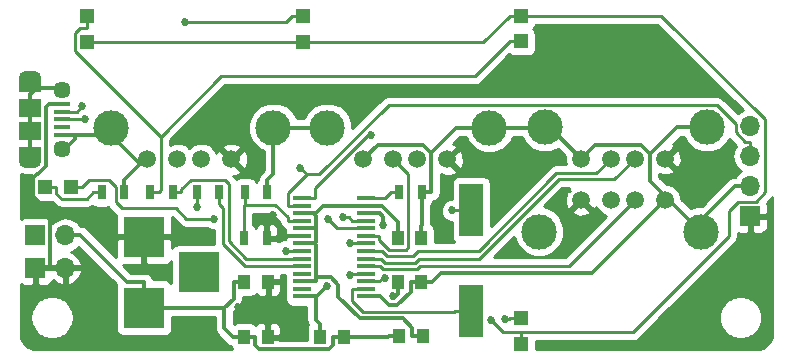
<source format=gtl>
G04 #@! TF.FileFunction,Copper,L1,Top,Signal*
%FSLAX46Y46*%
G04 Gerber Fmt 4.6, Leading zero omitted, Abs format (unit mm)*
G04 Created by KiCad (PCBNEW 4.0.7) date 05/12/18 20:25:59*
%MOMM*%
%LPD*%
G01*
G04 APERTURE LIST*
%ADD10C,0.127000*%
%ADD11R,1.000000X1.250000*%
%ADD12R,1.200000X1.200000*%
%ADD13R,1.525000X0.440000*%
%ADD14C,1.500000*%
%ADD15C,3.000000*%
%ADD16R,3.500000X3.500000*%
%ADD17R,0.700000X1.300000*%
%ADD18R,2.000000X4.500000*%
%ADD19R,1.900000X1.500000*%
%ADD20C,1.450000*%
%ADD21R,1.350000X0.400000*%
%ADD22O,1.900000X1.200000*%
%ADD23R,1.900000X1.200000*%
%ADD24R,1.700000X1.700000*%
%ADD25O,1.700000X1.700000*%
%ADD26C,0.685800*%
%ADD27C,0.330000*%
%ADD28C,0.254000*%
G04 APERTURE END LIST*
D10*
D11*
X141189000Y-103099000D03*
X143189000Y-103099000D03*
X134636000Y-107747000D03*
X136636000Y-107747000D03*
X143326000Y-107711000D03*
X141326000Y-107711000D03*
X141189000Y-99385100D03*
X143189000Y-99385100D03*
X130200000Y-103099000D03*
X128200000Y-103099000D03*
X130159000Y-107787000D03*
X128159000Y-107787000D03*
D12*
X113490000Y-95097600D03*
X111290000Y-95097600D03*
X114859000Y-82801600D03*
X114859000Y-80601600D03*
X151643000Y-82755900D03*
X151643000Y-80555900D03*
X133182000Y-82837200D03*
X133182000Y-80637200D03*
X151651000Y-106152000D03*
X151651000Y-108352000D03*
D13*
X138470000Y-104338000D03*
X138470000Y-103698000D03*
X138470000Y-103058000D03*
X138470000Y-102418000D03*
X138470000Y-101778000D03*
X138470000Y-101138000D03*
X138470000Y-100498000D03*
X138470000Y-99858000D03*
X138470000Y-99218000D03*
X138470000Y-98578000D03*
X138470000Y-97938000D03*
X138470000Y-97298000D03*
X138470000Y-96658000D03*
X138470000Y-96018000D03*
X133046000Y-96018000D03*
X133046000Y-96658000D03*
X133046000Y-97298000D03*
X133046000Y-97938000D03*
X133046000Y-98578000D03*
X133046000Y-99218000D03*
X133046000Y-99858000D03*
X133046000Y-100498000D03*
X133046000Y-101138000D03*
X133046000Y-101778000D03*
X133046000Y-102418000D03*
X133046000Y-103058000D03*
X133046000Y-103698000D03*
X133046000Y-104338000D03*
D14*
X119992000Y-92735400D03*
X122532000Y-92735400D03*
X124562000Y-92735400D03*
X127102000Y-92735400D03*
D15*
X116942000Y-90065400D03*
X130662000Y-90065400D03*
D14*
X138264000Y-92735400D03*
X140804000Y-92735400D03*
X142834000Y-92735400D03*
X145374000Y-92735400D03*
D15*
X135214000Y-90065400D03*
X148934000Y-90065400D03*
D14*
X156705000Y-92679500D03*
X159245000Y-92679500D03*
X161275000Y-92679500D03*
X163815000Y-92679500D03*
D15*
X153655000Y-90009500D03*
X167375000Y-90009500D03*
D14*
X163815000Y-96177100D03*
X161275000Y-96177100D03*
X159245000Y-96177100D03*
X156705000Y-96177100D03*
D15*
X166865000Y-98847100D03*
X153145000Y-98847100D03*
D16*
X119695000Y-99298800D03*
X119695000Y-105298800D03*
X124395000Y-102298800D03*
D17*
X141331000Y-95524300D03*
X143231000Y-95524300D03*
X130145000Y-95529400D03*
X128245000Y-95529400D03*
X124160000Y-95524300D03*
X126060000Y-95524300D03*
X120218000Y-95524300D03*
X122118000Y-95524300D03*
X130089000Y-99410500D03*
X128189000Y-99410500D03*
X116119000Y-95529400D03*
X118019000Y-95529400D03*
D18*
X147411000Y-105535000D03*
X147411000Y-97035000D03*
D19*
X110056000Y-90347000D03*
D20*
X112756000Y-86847000D03*
D21*
X112756000Y-88697000D03*
X112756000Y-88047000D03*
X112756000Y-90647000D03*
X112756000Y-89997000D03*
X112756000Y-89347000D03*
D20*
X112756000Y-91847000D03*
D19*
X110056000Y-88347000D03*
D22*
X110056000Y-85847000D03*
X110056000Y-92847000D03*
D23*
X110056000Y-92247000D03*
X110056000Y-86447000D03*
D24*
X171021000Y-97538500D03*
D25*
X171021000Y-94998500D03*
X171021000Y-92458500D03*
X171021000Y-89918500D03*
D24*
X110498000Y-101933000D03*
D25*
X113038000Y-101933000D03*
D24*
X110490000Y-99151400D03*
D25*
X113030000Y-99151400D03*
D26*
X140742200Y-104332200D03*
X135199300Y-103447000D03*
X139933600Y-98331700D03*
X131680900Y-100452300D03*
X149047500Y-106345400D03*
X125637700Y-97761900D03*
X150248000Y-106210400D03*
X123153300Y-81097100D03*
X124160000Y-96803500D03*
X145801800Y-97035000D03*
X140089600Y-102747200D03*
X135270100Y-97812900D03*
X136530200Y-97646300D03*
X137107000Y-99858000D03*
X137108000Y-102490400D03*
X138934300Y-90680100D03*
X114472500Y-88226800D03*
X114678000Y-89347000D03*
X132928800Y-93427300D03*
X130650500Y-97457200D03*
X127686600Y-105219200D03*
D27*
X141189000Y-103099000D02*
X141189000Y-104143300D01*
X141000100Y-104332200D02*
X140742200Y-104332200D01*
X141189000Y-104143300D02*
X141000100Y-104332200D01*
X134227800Y-106294500D02*
X134636000Y-106702700D01*
X134227800Y-104338000D02*
X134227800Y-106294500D01*
X133046000Y-104338000D02*
X134227800Y-104338000D01*
X134636000Y-107747000D02*
X134636000Y-106702700D01*
X134308300Y-104338000D02*
X134227800Y-104338000D01*
X135199300Y-103447000D02*
X134308300Y-104338000D01*
X139933600Y-97579800D02*
X139651800Y-97298000D01*
X139933600Y-98331700D02*
X139933600Y-97579800D01*
X138470000Y-97298000D02*
X139651800Y-97298000D01*
X110056000Y-85847000D02*
X110056000Y-86447000D01*
X128159000Y-107787000D02*
X127239700Y-107787000D01*
X128200000Y-103099000D02*
X127280700Y-103099000D01*
X118019000Y-95529400D02*
X118019000Y-94460100D01*
X110056000Y-86447000D02*
X110594600Y-86447000D01*
X110056000Y-88347000D02*
X110056000Y-90347000D01*
X110056000Y-92847000D02*
X110056000Y-92247000D01*
X110056000Y-92247000D02*
X110056000Y-90347000D01*
X110594600Y-86447000D02*
X110594600Y-86716300D01*
X110133200Y-87177700D02*
X110594600Y-86716300D01*
X110056000Y-87177700D02*
X110133200Y-87177700D01*
X112625300Y-86716300D02*
X112756000Y-86847000D01*
X110594600Y-86716300D02*
X112625300Y-86716300D01*
X110056000Y-88347000D02*
X110056000Y-87177700D01*
X119677800Y-92801300D02*
X119387100Y-93092000D01*
X119926100Y-92801300D02*
X119677800Y-92801300D01*
X119992000Y-92735400D02*
X119926100Y-92801300D01*
X119387100Y-93092000D02*
X118019000Y-94460100D01*
X113850300Y-91026400D02*
X113850300Y-90647000D01*
X113029700Y-91847000D02*
X113850300Y-91026400D01*
X112756000Y-91847000D02*
X113029700Y-91847000D01*
X112756000Y-90647000D02*
X113850300Y-90647000D01*
X116942000Y-90647000D02*
X113850300Y-90647000D01*
X116942000Y-90065400D02*
X116942000Y-90647000D01*
X116942000Y-90647000D02*
X119387100Y-93092000D01*
X143231000Y-98298800D02*
X143189000Y-98340800D01*
X143231000Y-95524300D02*
X143231000Y-98298800D01*
X143189000Y-99385100D02*
X143189000Y-98340800D01*
X143189000Y-103099000D02*
X142269700Y-103099000D01*
X138470000Y-104338000D02*
X139651800Y-104338000D01*
X154035000Y-90009500D02*
X156705000Y-92679500D01*
X153655000Y-90009500D02*
X154035000Y-90009500D01*
X164005000Y-95987100D02*
X166865000Y-98847100D01*
X166865000Y-97885200D02*
X166865000Y-98847100D01*
X169751700Y-94998500D02*
X166865000Y-97885200D01*
X171021000Y-94998500D02*
X169751700Y-94998500D01*
X164820200Y-90009500D02*
X162545000Y-92284700D01*
X167375000Y-90009500D02*
X164820200Y-90009500D01*
X162545000Y-94527100D02*
X162545000Y-92284700D01*
X164005000Y-95987100D02*
X162545000Y-94527100D01*
X157884400Y-91500100D02*
X156705000Y-92679500D01*
X161760400Y-91500100D02*
X157884400Y-91500100D01*
X162545000Y-92284700D02*
X161760400Y-91500100D01*
X143231000Y-95524300D02*
X144000300Y-95524300D01*
X143318200Y-91510100D02*
X144005800Y-92197700D01*
X139489300Y-91510100D02*
X143318200Y-91510100D01*
X138264000Y-92735400D02*
X139489300Y-91510100D01*
X144005800Y-95518800D02*
X144000300Y-95524300D01*
X144005800Y-92197700D02*
X144005800Y-95518800D01*
X164005000Y-95987100D02*
X163815000Y-96177100D01*
X144882900Y-102324400D02*
X144108300Y-103099000D01*
X157667700Y-102324400D02*
X144882900Y-102324400D01*
X163815000Y-96177100D02*
X157667700Y-102324400D01*
X143189000Y-103099000D02*
X144108300Y-103099000D01*
X119695000Y-105298800D02*
X121864300Y-105298800D01*
X130662000Y-90065400D02*
X135214000Y-90065400D01*
X130662000Y-93943100D02*
X130145000Y-94460100D01*
X130662000Y-90065400D02*
X130662000Y-93943100D01*
X130145000Y-95529400D02*
X130145000Y-94460100D01*
X146138100Y-90065400D02*
X148934000Y-90065400D01*
X144005800Y-92197700D02*
X146138100Y-90065400D01*
X153599100Y-90065400D02*
X153655000Y-90009500D01*
X148934000Y-90065400D02*
X153599100Y-90065400D01*
X118277400Y-103129500D02*
X119695000Y-103129500D01*
X114299300Y-99151400D02*
X118277400Y-103129500D01*
X113030000Y-99151400D02*
X114299300Y-99151400D01*
X126502800Y-105298800D02*
X121864300Y-105298800D01*
X127280700Y-104520900D02*
X126502800Y-105298800D01*
X127280700Y-103099000D02*
X127280700Y-104520900D01*
X126502800Y-107050100D02*
X127239700Y-107787000D01*
X126502800Y-105298800D02*
X126502800Y-107050100D01*
X119695000Y-105298800D02*
X119695000Y-103129500D01*
X141326000Y-107711000D02*
X140406700Y-107711000D01*
X142269700Y-103952000D02*
X142269700Y-103099000D01*
X141114400Y-105107300D02*
X142269700Y-103952000D01*
X140421100Y-105107300D02*
X141114400Y-105107300D01*
X139651800Y-104338000D02*
X140421100Y-105107300D01*
X128159000Y-107787000D02*
X129078300Y-107787000D01*
X140370700Y-107747000D02*
X136636000Y-107747000D01*
X140406700Y-107711000D02*
X140370700Y-107747000D01*
X129078300Y-108476500D02*
X129078300Y-107787000D01*
X129433200Y-108831400D02*
X129078300Y-108476500D01*
X135321800Y-108831400D02*
X129433200Y-108831400D01*
X135716700Y-108436500D02*
X135321800Y-108831400D01*
X135716700Y-107747000D02*
X135716700Y-108436500D01*
X136636000Y-107747000D02*
X135716700Y-107747000D01*
X133046000Y-103058000D02*
X134227800Y-103058000D01*
X133046000Y-99858000D02*
X134081700Y-99858000D01*
X143326000Y-107711000D02*
X142406700Y-107711000D01*
X134227800Y-103058000D02*
X134227800Y-102682400D01*
X134227800Y-100004100D02*
X134081700Y-99858000D01*
X134227800Y-102682400D02*
X134227800Y-100004100D01*
X142406700Y-107021500D02*
X142406700Y-107711000D01*
X141587200Y-106202000D02*
X142406700Y-107021500D01*
X137976900Y-106202000D02*
X141587200Y-106202000D01*
X136164000Y-104389100D02*
X137976900Y-106202000D01*
X136164000Y-103331500D02*
X136164000Y-104389100D01*
X135514900Y-102682400D02*
X136164000Y-103331500D01*
X134227800Y-102682400D02*
X135514900Y-102682400D01*
X141189000Y-98002300D02*
X141189000Y-99385100D01*
X139844700Y-96658000D02*
X141189000Y-98002300D01*
X138470000Y-96658000D02*
X139844700Y-96658000D01*
X134227800Y-99711900D02*
X134081700Y-99858000D01*
X134227800Y-98578000D02*
X134227800Y-99711900D01*
X133046000Y-98578000D02*
X134227800Y-98578000D01*
X134867800Y-96658000D02*
X138470000Y-96658000D01*
X134227800Y-97298000D02*
X134867800Y-96658000D01*
X133046000Y-97298000D02*
X134013100Y-97298000D01*
X134013100Y-97298000D02*
X134227800Y-97298000D01*
X134227800Y-97512700D02*
X134227800Y-98578000D01*
X134013100Y-97298000D02*
X134227800Y-97512700D01*
D28*
X151651000Y-108352000D02*
X151651000Y-107370700D01*
X114859000Y-82801600D02*
X115840300Y-82801600D01*
X115875900Y-82837200D02*
X115840300Y-82801600D01*
X133182000Y-82837200D02*
X115875900Y-82837200D01*
X133182000Y-82837200D02*
X134163300Y-82837200D01*
X161070700Y-107370700D02*
X151651000Y-107370700D01*
X169191700Y-99249700D02*
X161070700Y-107370700D01*
X169191700Y-97115900D02*
X169191700Y-99249700D01*
X170000500Y-96307100D02*
X169191700Y-97115900D01*
X171476500Y-96307100D02*
X170000500Y-96307100D01*
X172253800Y-95529800D02*
X171476500Y-96307100D01*
X172253800Y-89322400D02*
X172253800Y-95529800D01*
X163487300Y-80555900D02*
X172253800Y-89322400D01*
X151643000Y-80555900D02*
X163487300Y-80555900D01*
X148380400Y-82837200D02*
X134163300Y-82837200D01*
X150661700Y-80555900D02*
X148380400Y-82837200D01*
X151643000Y-80555900D02*
X150661700Y-80555900D01*
X150072800Y-107370700D02*
X149047500Y-106345400D01*
X151651000Y-107370700D02*
X150072800Y-107370700D01*
X115070900Y-94498000D02*
X114471300Y-95097600D01*
X116701300Y-94498000D02*
X115070900Y-94498000D01*
X117287600Y-95084300D02*
X116701300Y-94498000D01*
X117287600Y-96374200D02*
X117287600Y-95084300D01*
X117804800Y-96891400D02*
X117287600Y-96374200D01*
X122408000Y-96891400D02*
X117804800Y-96891400D01*
X123278500Y-97761900D02*
X122408000Y-96891400D01*
X125637700Y-97761900D02*
X123278500Y-97761900D01*
X113490000Y-95097600D02*
X114471300Y-95097600D01*
X131726600Y-100498000D02*
X131680900Y-100452300D01*
X133046000Y-100498000D02*
X131726600Y-100498000D01*
X112271300Y-95634300D02*
X112271300Y-95097600D01*
X112715900Y-96078900D02*
X112271300Y-95634300D01*
X114838200Y-96078900D02*
X112715900Y-96078900D01*
X115387700Y-95529400D02*
X114838200Y-96078900D01*
X116119000Y-95529400D02*
X115387700Y-95529400D01*
X111290000Y-95097600D02*
X112271300Y-95097600D01*
X120218000Y-95524300D02*
X120949300Y-95524300D01*
X114859000Y-80601600D02*
X114859000Y-81582900D01*
X151643000Y-82755900D02*
X150661700Y-82755900D01*
X126260400Y-85696500D02*
X121134600Y-90822300D01*
X147721100Y-85696500D02*
X126260400Y-85696500D01*
X150661700Y-82755900D02*
X147721100Y-85696500D01*
X113877700Y-83565400D02*
X121134600Y-90822300D01*
X113877700Y-82027500D02*
X113877700Y-83565400D01*
X114322300Y-81582900D02*
X113877700Y-82027500D01*
X114859000Y-81582900D02*
X114322300Y-81582900D01*
X121134600Y-95339000D02*
X120949300Y-95524300D01*
X121134600Y-90822300D02*
X121134600Y-95339000D01*
X150611300Y-106210400D02*
X150669700Y-106152000D01*
X150248000Y-106210400D02*
X150611300Y-106210400D01*
X151651000Y-106152000D02*
X150669700Y-106152000D01*
X131740800Y-81097100D02*
X132200700Y-80637200D01*
X123153300Y-81097100D02*
X131740800Y-81097100D01*
X133182000Y-80637200D02*
X132200700Y-80637200D01*
X124160000Y-95524300D02*
X124160000Y-96803500D01*
X137326200Y-104717800D02*
X137326200Y-103698000D01*
X138264000Y-105655600D02*
X137326200Y-104717800D01*
X145909100Y-105655600D02*
X138264000Y-105655600D01*
X146029700Y-105535000D02*
X145909100Y-105655600D01*
X147411000Y-105535000D02*
X146029700Y-105535000D01*
X138470000Y-103698000D02*
X137326200Y-103698000D01*
X138470000Y-103058000D02*
X139613800Y-103058000D01*
X147411000Y-97035000D02*
X146029700Y-97035000D01*
X146029700Y-97035000D02*
X145801800Y-97035000D01*
X139924600Y-102747200D02*
X140089600Y-102747200D01*
X139613800Y-103058000D02*
X139924600Y-102747200D01*
X136035200Y-98578000D02*
X135270100Y-97812900D01*
X138470000Y-98578000D02*
X136035200Y-98578000D01*
X138470000Y-97938000D02*
X137326200Y-97938000D01*
X137034500Y-97646300D02*
X136530200Y-97646300D01*
X137326200Y-97938000D02*
X137034500Y-97646300D01*
X138470000Y-99858000D02*
X137326200Y-99858000D01*
X137326200Y-99858000D02*
X137107000Y-99858000D01*
X139613800Y-99549300D02*
X139613800Y-99218000D01*
X140456000Y-100391500D02*
X139613800Y-99549300D01*
X141868600Y-100391500D02*
X140456000Y-100391500D01*
X142070400Y-100189700D02*
X141868600Y-100391500D01*
X142070400Y-94001800D02*
X142070400Y-100189700D01*
X140804000Y-92735400D02*
X142070400Y-94001800D01*
X138470000Y-99218000D02*
X139613800Y-99218000D01*
X159526200Y-94428300D02*
X161275000Y-92679500D01*
X154812700Y-94428300D02*
X159526200Y-94428300D01*
X148103000Y-101138000D02*
X154812700Y-94428300D01*
X142986600Y-101138000D02*
X148103000Y-101138000D01*
X142610000Y-101514600D02*
X142986600Y-101138000D01*
X140140700Y-101514600D02*
X142610000Y-101514600D01*
X139764100Y-101138000D02*
X140140700Y-101514600D01*
X138470000Y-101138000D02*
X139764100Y-101138000D01*
X158005300Y-93919200D02*
X159245000Y-92679500D01*
X154602800Y-93919200D02*
X158005300Y-93919200D01*
X148024000Y-100498000D02*
X154602800Y-93919200D01*
X142907700Y-100498000D02*
X148024000Y-100498000D01*
X142462900Y-100942800D02*
X142907700Y-100498000D01*
X140287700Y-100942800D02*
X142462900Y-100942800D01*
X139842900Y-100498000D02*
X140287700Y-100942800D01*
X138470000Y-100498000D02*
X139842900Y-100498000D01*
X138470000Y-102418000D02*
X137326200Y-102418000D01*
X137253800Y-102490400D02*
X137108000Y-102490400D01*
X137326200Y-102418000D02*
X137253800Y-102490400D01*
X155674100Y-101778000D02*
X161275000Y-96177100D01*
X143065400Y-101778000D02*
X155674100Y-101778000D01*
X142820500Y-102022900D02*
X143065400Y-101778000D01*
X139930200Y-102022900D02*
X142820500Y-102022900D01*
X139685300Y-101778000D02*
X139930200Y-102022900D01*
X138470000Y-101778000D02*
X139685300Y-101778000D01*
X138470000Y-96018000D02*
X139613800Y-96018000D01*
X140106000Y-96018000D02*
X140599700Y-95524300D01*
X139613800Y-96018000D02*
X140106000Y-96018000D01*
X141331000Y-95524300D02*
X140599700Y-95524300D01*
X134189800Y-95145400D02*
X134189800Y-96018000D01*
X138655100Y-90680100D02*
X134189800Y-95145400D01*
X138934300Y-90680100D02*
X138655100Y-90680100D01*
X133046000Y-96018000D02*
X134189800Y-96018000D01*
X114002300Y-88697000D02*
X114472500Y-88226800D01*
X112756000Y-88697000D02*
X114002300Y-88697000D01*
X171021000Y-92458500D02*
X171021000Y-91227200D01*
X133046000Y-96658000D02*
X131902200Y-96658000D01*
X134544000Y-93988500D02*
X133490000Y-93988500D01*
X140408700Y-88123800D02*
X134544000Y-93988500D01*
X168200600Y-88123800D02*
X140408700Y-88123800D01*
X169789700Y-89712900D02*
X168200600Y-88123800D01*
X169789700Y-90457700D02*
X169789700Y-89712900D01*
X170559200Y-91227200D02*
X169789700Y-90457700D01*
X171021000Y-91227200D02*
X170559200Y-91227200D01*
X131902200Y-95576300D02*
X131902200Y-96658000D01*
X133490000Y-93988500D02*
X131902200Y-95576300D01*
X132928800Y-93427300D02*
X133490000Y-93988500D01*
X112756000Y-89347000D02*
X114678000Y-89347000D01*
X128189000Y-96616700D02*
X128245000Y-96560700D01*
X128189000Y-99410500D02*
X128189000Y-96616700D01*
X128245000Y-95529400D02*
X128245000Y-96433600D01*
X128245000Y-96433600D02*
X128245000Y-96560700D01*
X131902200Y-97653700D02*
X131902200Y-97938000D01*
X130809200Y-96560700D02*
X131902200Y-97653700D01*
X128245000Y-96560700D02*
X130809200Y-96560700D01*
X133046000Y-97938000D02*
X131902200Y-97938000D01*
X133007400Y-101176600D02*
X133046000Y-101138000D01*
X128374700Y-101176600D02*
X133007400Y-101176600D01*
X126870200Y-99672100D02*
X128374700Y-101176600D01*
X126870200Y-94792300D02*
X126870200Y-99672100D01*
X126524800Y-94446900D02*
X126870200Y-94792300D01*
X123652500Y-94446900D02*
X126524800Y-94446900D01*
X122849300Y-95250100D02*
X123652500Y-94446900D01*
X122849300Y-95524300D02*
X122849300Y-95250100D01*
X122118000Y-95524300D02*
X122849300Y-95524300D01*
X133046000Y-101778000D02*
X131902200Y-101778000D01*
X126060000Y-95524300D02*
X126060000Y-96555600D01*
X128257300Y-101778000D02*
X131902200Y-101778000D01*
X126361900Y-99882600D02*
X128257300Y-101778000D01*
X126361900Y-96857500D02*
X126361900Y-99882600D01*
X126060000Y-96555600D02*
X126361900Y-96857500D01*
D27*
X130159000Y-107787000D02*
X130159000Y-106742700D01*
X130089000Y-99410500D02*
X130858300Y-99410500D01*
X133046000Y-99218000D02*
X131864200Y-99218000D01*
X113038000Y-101933000D02*
X111760000Y-101933000D01*
X111760000Y-101933000D02*
X110498000Y-101933000D01*
X111425400Y-88283300D02*
X111661700Y-88047000D01*
X111425400Y-93283000D02*
X111425400Y-88283300D01*
X110723300Y-93985100D02*
X111425400Y-93283000D01*
X110609600Y-93985100D02*
X110723300Y-93985100D01*
X110270700Y-94324000D02*
X110609600Y-93985100D01*
X110270700Y-95871200D02*
X110270700Y-94324000D01*
X111760000Y-97360500D02*
X110270700Y-95871200D01*
X111760000Y-101933000D02*
X111760000Y-97360500D01*
X112756000Y-88047000D02*
X111661700Y-88047000D01*
X131671700Y-99410500D02*
X131864200Y-99218000D01*
X130858300Y-99410500D02*
X131671700Y-99410500D01*
X130089000Y-99005800D02*
X130089000Y-98341200D01*
X130089000Y-99005800D02*
X130089000Y-99410500D01*
X130159000Y-106742700D02*
X130159000Y-105219200D01*
X130200000Y-105178200D02*
X130159000Y-105219200D01*
X130200000Y-103099000D02*
X130200000Y-105178200D01*
X130159000Y-105219200D02*
X127686600Y-105219200D01*
X130650500Y-97779700D02*
X130650500Y-97457200D01*
X130089000Y-98341200D02*
X130650500Y-97779700D01*
D28*
G36*
X117342653Y-103326123D02*
X117297560Y-103548800D01*
X117297560Y-107048800D01*
X117341838Y-107284117D01*
X117480910Y-107500241D01*
X117693110Y-107645231D01*
X117945000Y-107696240D01*
X121445000Y-107696240D01*
X121680317Y-107651962D01*
X121896441Y-107512890D01*
X122041431Y-107300690D01*
X122092440Y-107048800D01*
X122092440Y-106098800D01*
X125702800Y-106098800D01*
X125702800Y-107050100D01*
X125748465Y-107279673D01*
X125763696Y-107356247D01*
X125937115Y-107615785D01*
X126674015Y-108352685D01*
X126933553Y-108526104D01*
X127036898Y-108546660D01*
X127055838Y-108647317D01*
X127141271Y-108780084D01*
X110577337Y-108788032D01*
X110447710Y-108782429D01*
X110333910Y-108767487D01*
X110221843Y-108742674D01*
X110112383Y-108708183D01*
X110006336Y-108664268D01*
X109904527Y-108611270D01*
X109807738Y-108549597D01*
X109716690Y-108479710D01*
X109632088Y-108402147D01*
X109554580Y-108317504D01*
X109484741Y-108226408D01*
X109423127Y-108129584D01*
X109370186Y-108027738D01*
X109326339Y-107921676D01*
X109291910Y-107812185D01*
X109276814Y-107743816D01*
X109276697Y-106034590D01*
X110080460Y-106034590D01*
X110086320Y-106124000D01*
X110080460Y-106213410D01*
X110119645Y-106511051D01*
X110148448Y-106595900D01*
X110165928Y-106683781D01*
X110280814Y-106961139D01*
X110330592Y-107035636D01*
X110370223Y-107116001D01*
X110552979Y-107354174D01*
X110620347Y-107413253D01*
X110679426Y-107480621D01*
X110917599Y-107663377D01*
X110997962Y-107703007D01*
X111072461Y-107752786D01*
X111349818Y-107867672D01*
X111437699Y-107885152D01*
X111522548Y-107913955D01*
X111820190Y-107953140D01*
X111909597Y-107947279D01*
X111999010Y-107953140D01*
X112296651Y-107913955D01*
X112381500Y-107885152D01*
X112469381Y-107867672D01*
X112746739Y-107752786D01*
X112821236Y-107703008D01*
X112901601Y-107663377D01*
X113139774Y-107480621D01*
X113198853Y-107413253D01*
X113266221Y-107354174D01*
X113448977Y-107116001D01*
X113488607Y-107035638D01*
X113538386Y-106961139D01*
X113653272Y-106683782D01*
X113670752Y-106595901D01*
X113699555Y-106511052D01*
X113738740Y-106213410D01*
X113732879Y-106124000D01*
X113738740Y-106034590D01*
X113699555Y-105736948D01*
X113670752Y-105652099D01*
X113653272Y-105564218D01*
X113538386Y-105286861D01*
X113488607Y-105212362D01*
X113448977Y-105131999D01*
X113266221Y-104893826D01*
X113198853Y-104834747D01*
X113139774Y-104767379D01*
X112901601Y-104584623D01*
X112821236Y-104544992D01*
X112746739Y-104495214D01*
X112469381Y-104380328D01*
X112381500Y-104362848D01*
X112296651Y-104334045D01*
X111999010Y-104294860D01*
X111909597Y-104300721D01*
X111820190Y-104294860D01*
X111522548Y-104334045D01*
X111437699Y-104362848D01*
X111349818Y-104380328D01*
X111072461Y-104495214D01*
X110997962Y-104544993D01*
X110917599Y-104584623D01*
X110679426Y-104767379D01*
X110620347Y-104834747D01*
X110552979Y-104893826D01*
X110370223Y-105131999D01*
X110330592Y-105212364D01*
X110280814Y-105286861D01*
X110165928Y-105564219D01*
X110148448Y-105652100D01*
X110119645Y-105736949D01*
X110080460Y-106034590D01*
X109276697Y-106034590D01*
X109276509Y-103309535D01*
X109288301Y-103321327D01*
X109521690Y-103418000D01*
X110212250Y-103418000D01*
X110371000Y-103259250D01*
X110371000Y-102060000D01*
X110625000Y-102060000D01*
X110625000Y-103259250D01*
X110783750Y-103418000D01*
X111474310Y-103418000D01*
X111707699Y-103321327D01*
X111886327Y-103142698D01*
X111973136Y-102933122D01*
X112271076Y-103204645D01*
X112681110Y-103374476D01*
X112911000Y-103253155D01*
X112911000Y-102060000D01*
X113165000Y-102060000D01*
X113165000Y-103253155D01*
X113394890Y-103374476D01*
X113804924Y-103204645D01*
X114233183Y-102814358D01*
X114479486Y-102289892D01*
X114358819Y-102060000D01*
X113165000Y-102060000D01*
X112911000Y-102060000D01*
X110625000Y-102060000D01*
X110371000Y-102060000D01*
X110351000Y-102060000D01*
X110351000Y-101806000D01*
X110371000Y-101806000D01*
X110371000Y-101786000D01*
X110625000Y-101786000D01*
X110625000Y-101806000D01*
X112911000Y-101806000D01*
X112911000Y-101786000D01*
X113165000Y-101786000D01*
X113165000Y-101806000D01*
X114358819Y-101806000D01*
X114479486Y-101576108D01*
X114233183Y-101051642D01*
X113804924Y-100661355D01*
X113560259Y-100560018D01*
X113598285Y-100552454D01*
X114080054Y-100230547D01*
X114146954Y-100130424D01*
X117342653Y-103326123D01*
X117342653Y-103326123D01*
G37*
X117342653Y-103326123D02*
X117297560Y-103548800D01*
X117297560Y-107048800D01*
X117341838Y-107284117D01*
X117480910Y-107500241D01*
X117693110Y-107645231D01*
X117945000Y-107696240D01*
X121445000Y-107696240D01*
X121680317Y-107651962D01*
X121896441Y-107512890D01*
X122041431Y-107300690D01*
X122092440Y-107048800D01*
X122092440Y-106098800D01*
X125702800Y-106098800D01*
X125702800Y-107050100D01*
X125748465Y-107279673D01*
X125763696Y-107356247D01*
X125937115Y-107615785D01*
X126674015Y-108352685D01*
X126933553Y-108526104D01*
X127036898Y-108546660D01*
X127055838Y-108647317D01*
X127141271Y-108780084D01*
X110577337Y-108788032D01*
X110447710Y-108782429D01*
X110333910Y-108767487D01*
X110221843Y-108742674D01*
X110112383Y-108708183D01*
X110006336Y-108664268D01*
X109904527Y-108611270D01*
X109807738Y-108549597D01*
X109716690Y-108479710D01*
X109632088Y-108402147D01*
X109554580Y-108317504D01*
X109484741Y-108226408D01*
X109423127Y-108129584D01*
X109370186Y-108027738D01*
X109326339Y-107921676D01*
X109291910Y-107812185D01*
X109276814Y-107743816D01*
X109276697Y-106034590D01*
X110080460Y-106034590D01*
X110086320Y-106124000D01*
X110080460Y-106213410D01*
X110119645Y-106511051D01*
X110148448Y-106595900D01*
X110165928Y-106683781D01*
X110280814Y-106961139D01*
X110330592Y-107035636D01*
X110370223Y-107116001D01*
X110552979Y-107354174D01*
X110620347Y-107413253D01*
X110679426Y-107480621D01*
X110917599Y-107663377D01*
X110997962Y-107703007D01*
X111072461Y-107752786D01*
X111349818Y-107867672D01*
X111437699Y-107885152D01*
X111522548Y-107913955D01*
X111820190Y-107953140D01*
X111909597Y-107947279D01*
X111999010Y-107953140D01*
X112296651Y-107913955D01*
X112381500Y-107885152D01*
X112469381Y-107867672D01*
X112746739Y-107752786D01*
X112821236Y-107703008D01*
X112901601Y-107663377D01*
X113139774Y-107480621D01*
X113198853Y-107413253D01*
X113266221Y-107354174D01*
X113448977Y-107116001D01*
X113488607Y-107035638D01*
X113538386Y-106961139D01*
X113653272Y-106683782D01*
X113670752Y-106595901D01*
X113699555Y-106511052D01*
X113738740Y-106213410D01*
X113732879Y-106124000D01*
X113738740Y-106034590D01*
X113699555Y-105736948D01*
X113670752Y-105652099D01*
X113653272Y-105564218D01*
X113538386Y-105286861D01*
X113488607Y-105212362D01*
X113448977Y-105131999D01*
X113266221Y-104893826D01*
X113198853Y-104834747D01*
X113139774Y-104767379D01*
X112901601Y-104584623D01*
X112821236Y-104544992D01*
X112746739Y-104495214D01*
X112469381Y-104380328D01*
X112381500Y-104362848D01*
X112296651Y-104334045D01*
X111999010Y-104294860D01*
X111909597Y-104300721D01*
X111820190Y-104294860D01*
X111522548Y-104334045D01*
X111437699Y-104362848D01*
X111349818Y-104380328D01*
X111072461Y-104495214D01*
X110997962Y-104544993D01*
X110917599Y-104584623D01*
X110679426Y-104767379D01*
X110620347Y-104834747D01*
X110552979Y-104893826D01*
X110370223Y-105131999D01*
X110330592Y-105212364D01*
X110280814Y-105286861D01*
X110165928Y-105564219D01*
X110148448Y-105652100D01*
X110119645Y-105736949D01*
X110080460Y-106034590D01*
X109276697Y-106034590D01*
X109276509Y-103309535D01*
X109288301Y-103321327D01*
X109521690Y-103418000D01*
X110212250Y-103418000D01*
X110371000Y-103259250D01*
X110371000Y-102060000D01*
X110625000Y-102060000D01*
X110625000Y-103259250D01*
X110783750Y-103418000D01*
X111474310Y-103418000D01*
X111707699Y-103321327D01*
X111886327Y-103142698D01*
X111973136Y-102933122D01*
X112271076Y-103204645D01*
X112681110Y-103374476D01*
X112911000Y-103253155D01*
X112911000Y-102060000D01*
X113165000Y-102060000D01*
X113165000Y-103253155D01*
X113394890Y-103374476D01*
X113804924Y-103204645D01*
X114233183Y-102814358D01*
X114479486Y-102289892D01*
X114358819Y-102060000D01*
X113165000Y-102060000D01*
X112911000Y-102060000D01*
X110625000Y-102060000D01*
X110371000Y-102060000D01*
X110351000Y-102060000D01*
X110351000Y-101806000D01*
X110371000Y-101806000D01*
X110371000Y-101786000D01*
X110625000Y-101786000D01*
X110625000Y-101806000D01*
X112911000Y-101806000D01*
X112911000Y-101786000D01*
X113165000Y-101786000D01*
X113165000Y-101806000D01*
X114358819Y-101806000D01*
X114479486Y-101576108D01*
X114233183Y-101051642D01*
X113804924Y-100661355D01*
X113560259Y-100560018D01*
X113598285Y-100552454D01*
X114080054Y-100230547D01*
X114146954Y-100130424D01*
X117342653Y-103326123D01*
G36*
X172874056Y-107458688D02*
X172868434Y-107588225D01*
X172853495Y-107701920D01*
X172828699Y-107813891D01*
X172794237Y-107923274D01*
X172750373Y-108029231D01*
X172697435Y-108130971D01*
X172635836Y-108227698D01*
X172566033Y-108318696D01*
X172488569Y-108403258D01*
X172404025Y-108480748D01*
X172313048Y-108550574D01*
X172216333Y-108612201D01*
X172114626Y-108665157D01*
X172008661Y-108709057D01*
X171899300Y-108743545D01*
X171831220Y-108758641D01*
X152898440Y-108767725D01*
X152898440Y-108132700D01*
X161070700Y-108132700D01*
X161362305Y-108074696D01*
X161609515Y-107909515D01*
X163484440Y-106034590D01*
X168380460Y-106034590D01*
X168386320Y-106124000D01*
X168380460Y-106213410D01*
X168419645Y-106511051D01*
X168448448Y-106595900D01*
X168465928Y-106683781D01*
X168580814Y-106961139D01*
X168630592Y-107035636D01*
X168670223Y-107116001D01*
X168852979Y-107354174D01*
X168920347Y-107413253D01*
X168979426Y-107480621D01*
X169217599Y-107663377D01*
X169297962Y-107703007D01*
X169372461Y-107752786D01*
X169649818Y-107867672D01*
X169737699Y-107885152D01*
X169822548Y-107913955D01*
X170120190Y-107953140D01*
X170209597Y-107947279D01*
X170299010Y-107953140D01*
X170596651Y-107913955D01*
X170681500Y-107885152D01*
X170769381Y-107867672D01*
X171046739Y-107752786D01*
X171121236Y-107703008D01*
X171201601Y-107663377D01*
X171439774Y-107480621D01*
X171498853Y-107413253D01*
X171566221Y-107354174D01*
X171748977Y-107116001D01*
X171788607Y-107035638D01*
X171838386Y-106961139D01*
X171953272Y-106683782D01*
X171970752Y-106595901D01*
X171999555Y-106511052D01*
X172038740Y-106213410D01*
X172032879Y-106124000D01*
X172038740Y-106034590D01*
X171999555Y-105736948D01*
X171970752Y-105652099D01*
X171953272Y-105564218D01*
X171838386Y-105286861D01*
X171788607Y-105212362D01*
X171748977Y-105131999D01*
X171566221Y-104893826D01*
X171498853Y-104834747D01*
X171439774Y-104767379D01*
X171201601Y-104584623D01*
X171121236Y-104544992D01*
X171046739Y-104495214D01*
X170769381Y-104380328D01*
X170681500Y-104362848D01*
X170596651Y-104334045D01*
X170299010Y-104294860D01*
X170209597Y-104300721D01*
X170120190Y-104294860D01*
X169822548Y-104334045D01*
X169737699Y-104362848D01*
X169649818Y-104380328D01*
X169372461Y-104495214D01*
X169297962Y-104544993D01*
X169217599Y-104584623D01*
X168979426Y-104767379D01*
X168920347Y-104834747D01*
X168852979Y-104893826D01*
X168670223Y-105131999D01*
X168630592Y-105212364D01*
X168580814Y-105286861D01*
X168465928Y-105564219D01*
X168448448Y-105652100D01*
X168419645Y-105736949D01*
X168380460Y-106034590D01*
X163484440Y-106034590D01*
X169730515Y-99788516D01*
X169895696Y-99541305D01*
X169899871Y-99520317D01*
X169953700Y-99249700D01*
X169953700Y-98985810D01*
X170044691Y-99023500D01*
X170735250Y-99023500D01*
X170894000Y-98864750D01*
X170894000Y-97665500D01*
X171148000Y-97665500D01*
X171148000Y-98864750D01*
X171306750Y-99023500D01*
X171997309Y-99023500D01*
X172230698Y-98926827D01*
X172409327Y-98748199D01*
X172506000Y-98514810D01*
X172506000Y-97824250D01*
X172347250Y-97665500D01*
X171148000Y-97665500D01*
X170894000Y-97665500D01*
X170874000Y-97665500D01*
X170874000Y-97411500D01*
X170894000Y-97411500D01*
X170894000Y-97391500D01*
X171148000Y-97391500D01*
X171148000Y-97411500D01*
X172347250Y-97411500D01*
X172506000Y-97252750D01*
X172506000Y-96562190D01*
X172445383Y-96415848D01*
X172792615Y-96068616D01*
X172870947Y-95951384D01*
X172874056Y-107458688D01*
X172874056Y-107458688D01*
G37*
X172874056Y-107458688D02*
X172868434Y-107588225D01*
X172853495Y-107701920D01*
X172828699Y-107813891D01*
X172794237Y-107923274D01*
X172750373Y-108029231D01*
X172697435Y-108130971D01*
X172635836Y-108227698D01*
X172566033Y-108318696D01*
X172488569Y-108403258D01*
X172404025Y-108480748D01*
X172313048Y-108550574D01*
X172216333Y-108612201D01*
X172114626Y-108665157D01*
X172008661Y-108709057D01*
X171899300Y-108743545D01*
X171831220Y-108758641D01*
X152898440Y-108767725D01*
X152898440Y-108132700D01*
X161070700Y-108132700D01*
X161362305Y-108074696D01*
X161609515Y-107909515D01*
X163484440Y-106034590D01*
X168380460Y-106034590D01*
X168386320Y-106124000D01*
X168380460Y-106213410D01*
X168419645Y-106511051D01*
X168448448Y-106595900D01*
X168465928Y-106683781D01*
X168580814Y-106961139D01*
X168630592Y-107035636D01*
X168670223Y-107116001D01*
X168852979Y-107354174D01*
X168920347Y-107413253D01*
X168979426Y-107480621D01*
X169217599Y-107663377D01*
X169297962Y-107703007D01*
X169372461Y-107752786D01*
X169649818Y-107867672D01*
X169737699Y-107885152D01*
X169822548Y-107913955D01*
X170120190Y-107953140D01*
X170209597Y-107947279D01*
X170299010Y-107953140D01*
X170596651Y-107913955D01*
X170681500Y-107885152D01*
X170769381Y-107867672D01*
X171046739Y-107752786D01*
X171121236Y-107703008D01*
X171201601Y-107663377D01*
X171439774Y-107480621D01*
X171498853Y-107413253D01*
X171566221Y-107354174D01*
X171748977Y-107116001D01*
X171788607Y-107035638D01*
X171838386Y-106961139D01*
X171953272Y-106683782D01*
X171970752Y-106595901D01*
X171999555Y-106511052D01*
X172038740Y-106213410D01*
X172032879Y-106124000D01*
X172038740Y-106034590D01*
X171999555Y-105736948D01*
X171970752Y-105652099D01*
X171953272Y-105564218D01*
X171838386Y-105286861D01*
X171788607Y-105212362D01*
X171748977Y-105131999D01*
X171566221Y-104893826D01*
X171498853Y-104834747D01*
X171439774Y-104767379D01*
X171201601Y-104584623D01*
X171121236Y-104544992D01*
X171046739Y-104495214D01*
X170769381Y-104380328D01*
X170681500Y-104362848D01*
X170596651Y-104334045D01*
X170299010Y-104294860D01*
X170209597Y-104300721D01*
X170120190Y-104294860D01*
X169822548Y-104334045D01*
X169737699Y-104362848D01*
X169649818Y-104380328D01*
X169372461Y-104495214D01*
X169297962Y-104544993D01*
X169217599Y-104584623D01*
X168979426Y-104767379D01*
X168920347Y-104834747D01*
X168852979Y-104893826D01*
X168670223Y-105131999D01*
X168630592Y-105212364D01*
X168580814Y-105286861D01*
X168465928Y-105564219D01*
X168448448Y-105652100D01*
X168419645Y-105736949D01*
X168380460Y-106034590D01*
X163484440Y-106034590D01*
X169730515Y-99788516D01*
X169895696Y-99541305D01*
X169899871Y-99520317D01*
X169953700Y-99249700D01*
X169953700Y-98985810D01*
X170044691Y-99023500D01*
X170735250Y-99023500D01*
X170894000Y-98864750D01*
X170894000Y-97665500D01*
X171148000Y-97665500D01*
X171148000Y-98864750D01*
X171306750Y-99023500D01*
X171997309Y-99023500D01*
X172230698Y-98926827D01*
X172409327Y-98748199D01*
X172506000Y-98514810D01*
X172506000Y-97824250D01*
X172347250Y-97665500D01*
X171148000Y-97665500D01*
X170894000Y-97665500D01*
X170874000Y-97665500D01*
X170874000Y-97411500D01*
X170894000Y-97411500D01*
X170894000Y-97391500D01*
X171148000Y-97391500D01*
X171148000Y-97411500D01*
X172347250Y-97411500D01*
X172506000Y-97252750D01*
X172506000Y-96562190D01*
X172445383Y-96415848D01*
X172792615Y-96068616D01*
X172870947Y-95951384D01*
X172874056Y-107458688D01*
G36*
X131636060Y-102638000D02*
X131655567Y-102741671D01*
X131636060Y-102838000D01*
X131636060Y-103278000D01*
X131655567Y-103381671D01*
X131636060Y-103478000D01*
X131636060Y-103918000D01*
X131655567Y-104021671D01*
X131636060Y-104118000D01*
X131636060Y-104558000D01*
X131680338Y-104793317D01*
X131819410Y-105009441D01*
X132031610Y-105154431D01*
X132283500Y-105205440D01*
X133427800Y-105205440D01*
X133427800Y-106294500D01*
X133472689Y-106520172D01*
X133488696Y-106600647D01*
X133604879Y-106774526D01*
X133539569Y-106870110D01*
X133488560Y-107122000D01*
X133488560Y-108031400D01*
X131252650Y-108031400D01*
X131135250Y-107914000D01*
X130286000Y-107914000D01*
X130286000Y-107934000D01*
X130032000Y-107934000D01*
X130032000Y-107914000D01*
X130012000Y-107914000D01*
X130012000Y-107660000D01*
X130032000Y-107660000D01*
X130032000Y-106685750D01*
X130286000Y-106685750D01*
X130286000Y-107660000D01*
X131135250Y-107660000D01*
X131294000Y-107501250D01*
X131294000Y-107035690D01*
X131197327Y-106802301D01*
X131018698Y-106623673D01*
X130785309Y-106527000D01*
X130444750Y-106527000D01*
X130286000Y-106685750D01*
X130032000Y-106685750D01*
X129873250Y-106527000D01*
X129532691Y-106527000D01*
X129299302Y-106623673D01*
X129158064Y-106764910D01*
X129123090Y-106710559D01*
X128910890Y-106565569D01*
X128659000Y-106514560D01*
X127659000Y-106514560D01*
X127423683Y-106558838D01*
X127302800Y-106636624D01*
X127302800Y-105630170D01*
X127846386Y-105086585D01*
X128019804Y-104827047D01*
X128080700Y-104520900D01*
X128080700Y-104371440D01*
X128700000Y-104371440D01*
X128935317Y-104327162D01*
X129151441Y-104188090D01*
X129197969Y-104119994D01*
X129340302Y-104262327D01*
X129573691Y-104359000D01*
X129914250Y-104359000D01*
X130073000Y-104200250D01*
X130073000Y-103226000D01*
X130327000Y-103226000D01*
X130327000Y-104200250D01*
X130485750Y-104359000D01*
X130826309Y-104359000D01*
X131059698Y-104262327D01*
X131238327Y-104083699D01*
X131335000Y-103850310D01*
X131335000Y-103384750D01*
X131176250Y-103226000D01*
X130327000Y-103226000D01*
X130073000Y-103226000D01*
X130053000Y-103226000D01*
X130053000Y-102972000D01*
X130073000Y-102972000D01*
X130073000Y-102952000D01*
X130327000Y-102952000D01*
X130327000Y-102972000D01*
X131176250Y-102972000D01*
X131335000Y-102813250D01*
X131335000Y-102540000D01*
X131636060Y-102540000D01*
X131636060Y-102638000D01*
X131636060Y-102638000D01*
G37*
X131636060Y-102638000D02*
X131655567Y-102741671D01*
X131636060Y-102838000D01*
X131636060Y-103278000D01*
X131655567Y-103381671D01*
X131636060Y-103478000D01*
X131636060Y-103918000D01*
X131655567Y-104021671D01*
X131636060Y-104118000D01*
X131636060Y-104558000D01*
X131680338Y-104793317D01*
X131819410Y-105009441D01*
X132031610Y-105154431D01*
X132283500Y-105205440D01*
X133427800Y-105205440D01*
X133427800Y-106294500D01*
X133472689Y-106520172D01*
X133488696Y-106600647D01*
X133604879Y-106774526D01*
X133539569Y-106870110D01*
X133488560Y-107122000D01*
X133488560Y-108031400D01*
X131252650Y-108031400D01*
X131135250Y-107914000D01*
X130286000Y-107914000D01*
X130286000Y-107934000D01*
X130032000Y-107934000D01*
X130032000Y-107914000D01*
X130012000Y-107914000D01*
X130012000Y-107660000D01*
X130032000Y-107660000D01*
X130032000Y-106685750D01*
X130286000Y-106685750D01*
X130286000Y-107660000D01*
X131135250Y-107660000D01*
X131294000Y-107501250D01*
X131294000Y-107035690D01*
X131197327Y-106802301D01*
X131018698Y-106623673D01*
X130785309Y-106527000D01*
X130444750Y-106527000D01*
X130286000Y-106685750D01*
X130032000Y-106685750D01*
X129873250Y-106527000D01*
X129532691Y-106527000D01*
X129299302Y-106623673D01*
X129158064Y-106764910D01*
X129123090Y-106710559D01*
X128910890Y-106565569D01*
X128659000Y-106514560D01*
X127659000Y-106514560D01*
X127423683Y-106558838D01*
X127302800Y-106636624D01*
X127302800Y-105630170D01*
X127846386Y-105086585D01*
X128019804Y-104827047D01*
X128080700Y-104520900D01*
X128080700Y-104371440D01*
X128700000Y-104371440D01*
X128935317Y-104327162D01*
X129151441Y-104188090D01*
X129197969Y-104119994D01*
X129340302Y-104262327D01*
X129573691Y-104359000D01*
X129914250Y-104359000D01*
X130073000Y-104200250D01*
X130073000Y-103226000D01*
X130327000Y-103226000D01*
X130327000Y-104200250D01*
X130485750Y-104359000D01*
X130826309Y-104359000D01*
X131059698Y-104262327D01*
X131238327Y-104083699D01*
X131335000Y-103850310D01*
X131335000Y-103384750D01*
X131176250Y-103226000D01*
X130327000Y-103226000D01*
X130073000Y-103226000D01*
X130053000Y-103226000D01*
X130053000Y-102972000D01*
X130073000Y-102972000D01*
X130073000Y-102952000D01*
X130327000Y-102952000D01*
X130327000Y-102972000D01*
X131176250Y-102972000D01*
X131335000Y-102813250D01*
X131335000Y-102540000D01*
X131636060Y-102540000D01*
X131636060Y-102638000D01*
G36*
X109674948Y-94082000D02*
X110205427Y-94082000D01*
X110093569Y-94245710D01*
X110042560Y-94497600D01*
X110042560Y-95697600D01*
X110086838Y-95932917D01*
X110225910Y-96149041D01*
X110438110Y-96294031D01*
X110690000Y-96345040D01*
X111890000Y-96345040D01*
X111902128Y-96342758D01*
X112177084Y-96617715D01*
X112416162Y-96777462D01*
X112424295Y-96782896D01*
X112715900Y-96840900D01*
X114838200Y-96840900D01*
X115129805Y-96782896D01*
X115330847Y-96648563D01*
X115517110Y-96775831D01*
X115769000Y-96826840D01*
X116469000Y-96826840D01*
X116666388Y-96789699D01*
X116704812Y-96847205D01*
X116748785Y-96913015D01*
X117265984Y-97430215D01*
X117310000Y-97459626D01*
X117310000Y-99013050D01*
X117468750Y-99171800D01*
X119568000Y-99171800D01*
X119568000Y-99151800D01*
X119822000Y-99151800D01*
X119822000Y-99171800D01*
X121921250Y-99171800D01*
X122080000Y-99013050D01*
X122080000Y-97653400D01*
X122092370Y-97653400D01*
X122739685Y-98300715D01*
X122986895Y-98465896D01*
X123278500Y-98523900D01*
X125016617Y-98523900D01*
X125083041Y-98590440D01*
X125442330Y-98739630D01*
X125599900Y-98739767D01*
X125599900Y-99882600D01*
X125603632Y-99901360D01*
X122645000Y-99901360D01*
X122409683Y-99945638D01*
X122193559Y-100084710D01*
X122080000Y-100250909D01*
X122080000Y-99584550D01*
X121921250Y-99425800D01*
X119822000Y-99425800D01*
X119822000Y-101525050D01*
X119980750Y-101683800D01*
X121571310Y-101683800D01*
X121804699Y-101587127D01*
X121983327Y-101408498D01*
X121997560Y-101374137D01*
X121997560Y-103234845D01*
X121909090Y-103097359D01*
X121696890Y-102952369D01*
X121445000Y-102901360D01*
X120449620Y-102901360D01*
X120434104Y-102823353D01*
X120260685Y-102563815D01*
X120001147Y-102390396D01*
X119695000Y-102329500D01*
X118608770Y-102329500D01*
X117963070Y-101683800D01*
X119409250Y-101683800D01*
X119568000Y-101525050D01*
X119568000Y-99425800D01*
X117468750Y-99425800D01*
X117310000Y-99584550D01*
X117310000Y-101030730D01*
X114864985Y-98585715D01*
X114605447Y-98412296D01*
X114593351Y-98409890D01*
X114299300Y-98351400D01*
X114266574Y-98351400D01*
X114080054Y-98072253D01*
X113598285Y-97750346D01*
X113030000Y-97637307D01*
X112461715Y-97750346D01*
X111979946Y-98072253D01*
X111952150Y-98113852D01*
X111943162Y-98066083D01*
X111804090Y-97849959D01*
X111591890Y-97704969D01*
X111340000Y-97653960D01*
X109640000Y-97653960D01*
X109404683Y-97698238D01*
X109276129Y-97780960D01*
X109275869Y-94002618D01*
X109674948Y-94082000D01*
X109674948Y-94082000D01*
G37*
X109674948Y-94082000D02*
X110205427Y-94082000D01*
X110093569Y-94245710D01*
X110042560Y-94497600D01*
X110042560Y-95697600D01*
X110086838Y-95932917D01*
X110225910Y-96149041D01*
X110438110Y-96294031D01*
X110690000Y-96345040D01*
X111890000Y-96345040D01*
X111902128Y-96342758D01*
X112177084Y-96617715D01*
X112416162Y-96777462D01*
X112424295Y-96782896D01*
X112715900Y-96840900D01*
X114838200Y-96840900D01*
X115129805Y-96782896D01*
X115330847Y-96648563D01*
X115517110Y-96775831D01*
X115769000Y-96826840D01*
X116469000Y-96826840D01*
X116666388Y-96789699D01*
X116704812Y-96847205D01*
X116748785Y-96913015D01*
X117265984Y-97430215D01*
X117310000Y-97459626D01*
X117310000Y-99013050D01*
X117468750Y-99171800D01*
X119568000Y-99171800D01*
X119568000Y-99151800D01*
X119822000Y-99151800D01*
X119822000Y-99171800D01*
X121921250Y-99171800D01*
X122080000Y-99013050D01*
X122080000Y-97653400D01*
X122092370Y-97653400D01*
X122739685Y-98300715D01*
X122986895Y-98465896D01*
X123278500Y-98523900D01*
X125016617Y-98523900D01*
X125083041Y-98590440D01*
X125442330Y-98739630D01*
X125599900Y-98739767D01*
X125599900Y-99882600D01*
X125603632Y-99901360D01*
X122645000Y-99901360D01*
X122409683Y-99945638D01*
X122193559Y-100084710D01*
X122080000Y-100250909D01*
X122080000Y-99584550D01*
X121921250Y-99425800D01*
X119822000Y-99425800D01*
X119822000Y-101525050D01*
X119980750Y-101683800D01*
X121571310Y-101683800D01*
X121804699Y-101587127D01*
X121983327Y-101408498D01*
X121997560Y-101374137D01*
X121997560Y-103234845D01*
X121909090Y-103097359D01*
X121696890Y-102952369D01*
X121445000Y-102901360D01*
X120449620Y-102901360D01*
X120434104Y-102823353D01*
X120260685Y-102563815D01*
X120001147Y-102390396D01*
X119695000Y-102329500D01*
X118608770Y-102329500D01*
X117963070Y-101683800D01*
X119409250Y-101683800D01*
X119568000Y-101525050D01*
X119568000Y-99425800D01*
X117468750Y-99425800D01*
X117310000Y-99584550D01*
X117310000Y-101030730D01*
X114864985Y-98585715D01*
X114605447Y-98412296D01*
X114593351Y-98409890D01*
X114299300Y-98351400D01*
X114266574Y-98351400D01*
X114080054Y-98072253D01*
X113598285Y-97750346D01*
X113030000Y-97637307D01*
X112461715Y-97750346D01*
X111979946Y-98072253D01*
X111952150Y-98113852D01*
X111943162Y-98066083D01*
X111804090Y-97849959D01*
X111591890Y-97704969D01*
X111340000Y-97653960D01*
X109640000Y-97653960D01*
X109404683Y-97698238D01*
X109276129Y-97780960D01*
X109275869Y-94002618D01*
X109674948Y-94082000D01*
G36*
X155618426Y-95270134D02*
X155733481Y-95385189D01*
X155492540Y-95453177D01*
X155307799Y-95972271D01*
X155335770Y-96522548D01*
X155492540Y-96901023D01*
X155733483Y-96969012D01*
X156525395Y-96177100D01*
X156511253Y-96162958D01*
X156690858Y-95983353D01*
X156705000Y-95997495D01*
X156719143Y-95983353D01*
X156898748Y-96162958D01*
X156884605Y-96177100D01*
X157676517Y-96969012D01*
X157917460Y-96901023D01*
X157976732Y-96734479D01*
X158070169Y-96960615D01*
X158459436Y-97350561D01*
X158858290Y-97516180D01*
X155358470Y-101016000D01*
X149302630Y-101016000D01*
X151021058Y-99297572D01*
X151333980Y-100054900D01*
X151934041Y-100656009D01*
X152718459Y-100981728D01*
X153567815Y-100982470D01*
X154352800Y-100658120D01*
X154953909Y-100058059D01*
X155279628Y-99273641D01*
X155280370Y-98424285D01*
X154956020Y-97639300D01*
X154466193Y-97148617D01*
X155913088Y-97148617D01*
X155981077Y-97389560D01*
X156500171Y-97574301D01*
X157050448Y-97546330D01*
X157428923Y-97389560D01*
X157496912Y-97148617D01*
X156705000Y-96356705D01*
X155913088Y-97148617D01*
X154466193Y-97148617D01*
X154355959Y-97038191D01*
X153596002Y-96722629D01*
X155128331Y-95190300D01*
X155698260Y-95190300D01*
X155618426Y-95270134D01*
X155618426Y-95270134D01*
G37*
X155618426Y-95270134D02*
X155733481Y-95385189D01*
X155492540Y-95453177D01*
X155307799Y-95972271D01*
X155335770Y-96522548D01*
X155492540Y-96901023D01*
X155733483Y-96969012D01*
X156525395Y-96177100D01*
X156511253Y-96162958D01*
X156690858Y-95983353D01*
X156705000Y-95997495D01*
X156719143Y-95983353D01*
X156898748Y-96162958D01*
X156884605Y-96177100D01*
X157676517Y-96969012D01*
X157917460Y-96901023D01*
X157976732Y-96734479D01*
X158070169Y-96960615D01*
X158459436Y-97350561D01*
X158858290Y-97516180D01*
X155358470Y-101016000D01*
X149302630Y-101016000D01*
X151021058Y-99297572D01*
X151333980Y-100054900D01*
X151934041Y-100656009D01*
X152718459Y-100981728D01*
X153567815Y-100982470D01*
X154352800Y-100658120D01*
X154953909Y-100058059D01*
X155279628Y-99273641D01*
X155280370Y-98424285D01*
X154956020Y-97639300D01*
X154466193Y-97148617D01*
X155913088Y-97148617D01*
X155981077Y-97389560D01*
X156500171Y-97574301D01*
X157050448Y-97546330D01*
X157428923Y-97389560D01*
X157496912Y-97148617D01*
X156705000Y-96356705D01*
X155913088Y-97148617D01*
X154466193Y-97148617D01*
X154355959Y-97038191D01*
X153596002Y-96722629D01*
X155128331Y-95190300D01*
X155698260Y-95190300D01*
X155618426Y-95270134D01*
G36*
X147122980Y-91273200D02*
X147723041Y-91874309D01*
X148507459Y-92200028D01*
X149356815Y-92200770D01*
X150141800Y-91876420D01*
X150742909Y-91276359D01*
X150913554Y-90865400D01*
X151698578Y-90865400D01*
X151843980Y-91217300D01*
X152444041Y-91818409D01*
X153228459Y-92144128D01*
X154077815Y-92144870D01*
X154757966Y-91863837D01*
X155320221Y-92426091D01*
X155319760Y-92953785D01*
X155403809Y-93157200D01*
X154602800Y-93157200D01*
X154353631Y-93206763D01*
X154311195Y-93215204D01*
X154063985Y-93380385D01*
X149058440Y-98385930D01*
X149058440Y-94785000D01*
X149014162Y-94549683D01*
X148875090Y-94333559D01*
X148662890Y-94188569D01*
X148411000Y-94137560D01*
X146411000Y-94137560D01*
X146175683Y-94181838D01*
X145959559Y-94320910D01*
X145814569Y-94533110D01*
X145763560Y-94785000D01*
X145763560Y-96057066D01*
X145608137Y-96056931D01*
X145248588Y-96205493D01*
X144973260Y-96480341D01*
X144824070Y-96839630D01*
X144823731Y-97228663D01*
X144972293Y-97588212D01*
X145247141Y-97863540D01*
X145606430Y-98012730D01*
X145763560Y-98012867D01*
X145763560Y-99285000D01*
X145807838Y-99520317D01*
X145946626Y-99736000D01*
X144336440Y-99736000D01*
X144336440Y-98760100D01*
X144292162Y-98524783D01*
X144153090Y-98308659D01*
X144031000Y-98225239D01*
X144031000Y-96639317D01*
X144032441Y-96638390D01*
X144177431Y-96426190D01*
X144206365Y-96283311D01*
X144306447Y-96263404D01*
X144565985Y-96089985D01*
X144571485Y-96084486D01*
X144744904Y-95824947D01*
X144762277Y-95737604D01*
X144805800Y-95518800D01*
X144805800Y-94003280D01*
X145169171Y-94132601D01*
X145719448Y-94104630D01*
X146097923Y-93947860D01*
X146165912Y-93706917D01*
X145374000Y-92915005D01*
X145359858Y-92929148D01*
X145180253Y-92749543D01*
X145194395Y-92735400D01*
X145553605Y-92735400D01*
X146345517Y-93527312D01*
X146586460Y-93459323D01*
X146771201Y-92940229D01*
X146743230Y-92389952D01*
X146586460Y-92011477D01*
X146345517Y-91943488D01*
X145553605Y-92735400D01*
X145194395Y-92735400D01*
X145180253Y-92721258D01*
X145359858Y-92541653D01*
X145374000Y-92555795D01*
X146165912Y-91763883D01*
X146097923Y-91522940D01*
X145886997Y-91447873D01*
X146469471Y-90865400D01*
X146954480Y-90865400D01*
X147122980Y-91273200D01*
X147122980Y-91273200D01*
G37*
X147122980Y-91273200D02*
X147723041Y-91874309D01*
X148507459Y-92200028D01*
X149356815Y-92200770D01*
X150141800Y-91876420D01*
X150742909Y-91276359D01*
X150913554Y-90865400D01*
X151698578Y-90865400D01*
X151843980Y-91217300D01*
X152444041Y-91818409D01*
X153228459Y-92144128D01*
X154077815Y-92144870D01*
X154757966Y-91863837D01*
X155320221Y-92426091D01*
X155319760Y-92953785D01*
X155403809Y-93157200D01*
X154602800Y-93157200D01*
X154353631Y-93206763D01*
X154311195Y-93215204D01*
X154063985Y-93380385D01*
X149058440Y-98385930D01*
X149058440Y-94785000D01*
X149014162Y-94549683D01*
X148875090Y-94333559D01*
X148662890Y-94188569D01*
X148411000Y-94137560D01*
X146411000Y-94137560D01*
X146175683Y-94181838D01*
X145959559Y-94320910D01*
X145814569Y-94533110D01*
X145763560Y-94785000D01*
X145763560Y-96057066D01*
X145608137Y-96056931D01*
X145248588Y-96205493D01*
X144973260Y-96480341D01*
X144824070Y-96839630D01*
X144823731Y-97228663D01*
X144972293Y-97588212D01*
X145247141Y-97863540D01*
X145606430Y-98012730D01*
X145763560Y-98012867D01*
X145763560Y-99285000D01*
X145807838Y-99520317D01*
X145946626Y-99736000D01*
X144336440Y-99736000D01*
X144336440Y-98760100D01*
X144292162Y-98524783D01*
X144153090Y-98308659D01*
X144031000Y-98225239D01*
X144031000Y-96639317D01*
X144032441Y-96638390D01*
X144177431Y-96426190D01*
X144206365Y-96283311D01*
X144306447Y-96263404D01*
X144565985Y-96089985D01*
X144571485Y-96084486D01*
X144744904Y-95824947D01*
X144762277Y-95737604D01*
X144805800Y-95518800D01*
X144805800Y-94003280D01*
X145169171Y-94132601D01*
X145719448Y-94104630D01*
X146097923Y-93947860D01*
X146165912Y-93706917D01*
X145374000Y-92915005D01*
X145359858Y-92929148D01*
X145180253Y-92749543D01*
X145194395Y-92735400D01*
X145553605Y-92735400D01*
X146345517Y-93527312D01*
X146586460Y-93459323D01*
X146771201Y-92940229D01*
X146743230Y-92389952D01*
X146586460Y-92011477D01*
X146345517Y-91943488D01*
X145553605Y-92735400D01*
X145194395Y-92735400D01*
X145180253Y-92721258D01*
X145359858Y-92541653D01*
X145374000Y-92555795D01*
X146165912Y-91763883D01*
X146097923Y-91522940D01*
X145886997Y-91447873D01*
X146469471Y-90865400D01*
X146954480Y-90865400D01*
X147122980Y-91273200D01*
G36*
X131147980Y-97977110D02*
X131198204Y-98229605D01*
X131363385Y-98476815D01*
X131610595Y-98641996D01*
X131636060Y-98647061D01*
X131636060Y-98798000D01*
X131649481Y-98869324D01*
X131648500Y-98871691D01*
X131648500Y-98949250D01*
X131668233Y-98968983D01*
X131680338Y-99033317D01*
X131800515Y-99220077D01*
X131687069Y-99386110D01*
X131671308Y-99463942D01*
X131660868Y-99474382D01*
X131487237Y-99474231D01*
X131127688Y-99622793D01*
X131064060Y-99686310D01*
X130915250Y-99537500D01*
X130216000Y-99537500D01*
X130216000Y-99557500D01*
X129962000Y-99557500D01*
X129962000Y-99537500D01*
X129942000Y-99537500D01*
X129942000Y-99283500D01*
X129962000Y-99283500D01*
X129962000Y-98284250D01*
X130216000Y-98284250D01*
X130216000Y-99283500D01*
X130915250Y-99283500D01*
X131074000Y-99124750D01*
X131074000Y-98634190D01*
X130977327Y-98400801D01*
X130798698Y-98222173D01*
X130565309Y-98125500D01*
X130374750Y-98125500D01*
X130216000Y-98284250D01*
X129962000Y-98284250D01*
X129803250Y-98125500D01*
X129612691Y-98125500D01*
X129379302Y-98222173D01*
X129200673Y-98400801D01*
X129144346Y-98536787D01*
X129142162Y-98525183D01*
X129003090Y-98309059D01*
X128951000Y-98273467D01*
X128951000Y-97322700D01*
X130493570Y-97322700D01*
X131147980Y-97977110D01*
X131147980Y-97977110D01*
G37*
X131147980Y-97977110D02*
X131198204Y-98229605D01*
X131363385Y-98476815D01*
X131610595Y-98641996D01*
X131636060Y-98647061D01*
X131636060Y-98798000D01*
X131649481Y-98869324D01*
X131648500Y-98871691D01*
X131648500Y-98949250D01*
X131668233Y-98968983D01*
X131680338Y-99033317D01*
X131800515Y-99220077D01*
X131687069Y-99386110D01*
X131671308Y-99463942D01*
X131660868Y-99474382D01*
X131487237Y-99474231D01*
X131127688Y-99622793D01*
X131064060Y-99686310D01*
X130915250Y-99537500D01*
X130216000Y-99537500D01*
X130216000Y-99557500D01*
X129962000Y-99557500D01*
X129962000Y-99537500D01*
X129942000Y-99537500D01*
X129942000Y-99283500D01*
X129962000Y-99283500D01*
X129962000Y-98284250D01*
X130216000Y-98284250D01*
X130216000Y-99283500D01*
X130915250Y-99283500D01*
X131074000Y-99124750D01*
X131074000Y-98634190D01*
X130977327Y-98400801D01*
X130798698Y-98222173D01*
X130565309Y-98125500D01*
X130374750Y-98125500D01*
X130216000Y-98284250D01*
X129962000Y-98284250D01*
X129803250Y-98125500D01*
X129612691Y-98125500D01*
X129379302Y-98222173D01*
X129200673Y-98400801D01*
X129144346Y-98536787D01*
X129142162Y-98525183D01*
X129003090Y-98309059D01*
X128951000Y-98273467D01*
X128951000Y-97322700D01*
X130493570Y-97322700D01*
X131147980Y-97977110D01*
G36*
X165563980Y-91217300D02*
X166164041Y-91818409D01*
X166948459Y-92144128D01*
X167797815Y-92144870D01*
X168582800Y-91820520D01*
X169183909Y-91220459D01*
X169269266Y-91014896D01*
X169830086Y-91575717D01*
X169619946Y-91890215D01*
X169506907Y-92458500D01*
X169619946Y-93026785D01*
X169941853Y-93508554D01*
X170271026Y-93728500D01*
X169941853Y-93948446D01*
X169774773Y-94198500D01*
X169751700Y-94198500D01*
X169458569Y-94256807D01*
X169445553Y-94259396D01*
X169186014Y-94432815D01*
X166906694Y-96712136D01*
X166442185Y-96711730D01*
X166030929Y-96881658D01*
X165200111Y-96050841D01*
X165200240Y-95902815D01*
X164989831Y-95393585D01*
X164600564Y-95003639D01*
X164091702Y-94792341D01*
X163941480Y-94792210D01*
X163345000Y-94195730D01*
X163345000Y-93982329D01*
X163610171Y-94076701D01*
X164160448Y-94048730D01*
X164538923Y-93891960D01*
X164606912Y-93651017D01*
X163815000Y-92859105D01*
X163800858Y-92873248D01*
X163621253Y-92693643D01*
X163635395Y-92679500D01*
X163994605Y-92679500D01*
X164786517Y-93471412D01*
X165027460Y-93403423D01*
X165212201Y-92884329D01*
X165184230Y-92334052D01*
X165027460Y-91955577D01*
X164786517Y-91887588D01*
X163994605Y-92679500D01*
X163635395Y-92679500D01*
X163621253Y-92665358D01*
X163800858Y-92485753D01*
X163815000Y-92499895D01*
X164606912Y-91707983D01*
X164538923Y-91467040D01*
X164505814Y-91455257D01*
X165151571Y-90809500D01*
X165395480Y-90809500D01*
X165563980Y-91217300D01*
X165563980Y-91217300D01*
G37*
X165563980Y-91217300D02*
X166164041Y-91818409D01*
X166948459Y-92144128D01*
X167797815Y-92144870D01*
X168582800Y-91820520D01*
X169183909Y-91220459D01*
X169269266Y-91014896D01*
X169830086Y-91575717D01*
X169619946Y-91890215D01*
X169506907Y-92458500D01*
X169619946Y-93026785D01*
X169941853Y-93508554D01*
X170271026Y-93728500D01*
X169941853Y-93948446D01*
X169774773Y-94198500D01*
X169751700Y-94198500D01*
X169458569Y-94256807D01*
X169445553Y-94259396D01*
X169186014Y-94432815D01*
X166906694Y-96712136D01*
X166442185Y-96711730D01*
X166030929Y-96881658D01*
X165200111Y-96050841D01*
X165200240Y-95902815D01*
X164989831Y-95393585D01*
X164600564Y-95003639D01*
X164091702Y-94792341D01*
X163941480Y-94792210D01*
X163345000Y-94195730D01*
X163345000Y-93982329D01*
X163610171Y-94076701D01*
X164160448Y-94048730D01*
X164538923Y-93891960D01*
X164606912Y-93651017D01*
X163815000Y-92859105D01*
X163800858Y-92873248D01*
X163621253Y-92693643D01*
X163635395Y-92679500D01*
X163994605Y-92679500D01*
X164786517Y-93471412D01*
X165027460Y-93403423D01*
X165212201Y-92884329D01*
X165184230Y-92334052D01*
X165027460Y-91955577D01*
X164786517Y-91887588D01*
X163994605Y-92679500D01*
X163635395Y-92679500D01*
X163621253Y-92665358D01*
X163800858Y-92485753D01*
X163815000Y-92499895D01*
X164606912Y-91707983D01*
X164538923Y-91467040D01*
X164505814Y-91455257D01*
X165151571Y-90809500D01*
X165395480Y-90809500D01*
X165563980Y-91217300D01*
G36*
X170409646Y-88555877D02*
X169990423Y-88835992D01*
X168739415Y-87584985D01*
X168492205Y-87419804D01*
X168200600Y-87361800D01*
X140408700Y-87361800D01*
X140152880Y-87412686D01*
X140117095Y-87419804D01*
X139869884Y-87584985D01*
X137348965Y-90105904D01*
X137349370Y-89642585D01*
X137025020Y-88857600D01*
X136424959Y-88256491D01*
X135640541Y-87930772D01*
X134791185Y-87930030D01*
X134006200Y-88254380D01*
X133405091Y-88854441D01*
X133234446Y-89265400D01*
X132641520Y-89265400D01*
X132473020Y-88857600D01*
X131872959Y-88256491D01*
X131088541Y-87930772D01*
X130239185Y-87930030D01*
X129454200Y-88254380D01*
X128853091Y-88854441D01*
X128527372Y-89638859D01*
X128526630Y-90488215D01*
X128850980Y-91273200D01*
X129451041Y-91874309D01*
X129862000Y-92044954D01*
X129862000Y-93611729D01*
X129579315Y-93894415D01*
X129405896Y-94153953D01*
X129355428Y-94407672D01*
X129343559Y-94415310D01*
X129198569Y-94627510D01*
X129195919Y-94640597D01*
X129059090Y-94427959D01*
X128846890Y-94282969D01*
X128595000Y-94231960D01*
X127895000Y-94231960D01*
X127659683Y-94276238D01*
X127495018Y-94382197D01*
X127409015Y-94253484D01*
X127269220Y-94113689D01*
X127447448Y-94104630D01*
X127825923Y-93947860D01*
X127893912Y-93706917D01*
X127102000Y-92915005D01*
X127087858Y-92929148D01*
X126908253Y-92749543D01*
X126922395Y-92735400D01*
X127281605Y-92735400D01*
X128073517Y-93527312D01*
X128314460Y-93459323D01*
X128499201Y-92940229D01*
X128471230Y-92389952D01*
X128314460Y-92011477D01*
X128073517Y-91943488D01*
X127281605Y-92735400D01*
X126922395Y-92735400D01*
X126130483Y-91943488D01*
X125889540Y-92011477D01*
X125830268Y-92178021D01*
X125736831Y-91951885D01*
X125549157Y-91763883D01*
X126310088Y-91763883D01*
X127102000Y-92555795D01*
X127893912Y-91763883D01*
X127825923Y-91522940D01*
X127306829Y-91338199D01*
X126756552Y-91366170D01*
X126378077Y-91522940D01*
X126310088Y-91763883D01*
X125549157Y-91763883D01*
X125347564Y-91561939D01*
X124838702Y-91350641D01*
X124287715Y-91350160D01*
X123778485Y-91560569D01*
X123546938Y-91791713D01*
X123317564Y-91561939D01*
X122808702Y-91350641D01*
X122257715Y-91350160D01*
X121896600Y-91499369D01*
X121896600Y-91137930D01*
X126576030Y-86458500D01*
X147721100Y-86458500D01*
X148012705Y-86400496D01*
X148259915Y-86235315D01*
X150643653Y-83851578D01*
X150791110Y-83952331D01*
X151043000Y-84003340D01*
X152243000Y-84003340D01*
X152478317Y-83959062D01*
X152694441Y-83819990D01*
X152839431Y-83607790D01*
X152890440Y-83355900D01*
X152890440Y-82155900D01*
X152846162Y-81920583D01*
X152707090Y-81704459D01*
X152637289Y-81656766D01*
X152694441Y-81619990D01*
X152839431Y-81407790D01*
X152857634Y-81317900D01*
X163171670Y-81317900D01*
X170409646Y-88555877D01*
X170409646Y-88555877D01*
G37*
X170409646Y-88555877D02*
X169990423Y-88835992D01*
X168739415Y-87584985D01*
X168492205Y-87419804D01*
X168200600Y-87361800D01*
X140408700Y-87361800D01*
X140152880Y-87412686D01*
X140117095Y-87419804D01*
X139869884Y-87584985D01*
X137348965Y-90105904D01*
X137349370Y-89642585D01*
X137025020Y-88857600D01*
X136424959Y-88256491D01*
X135640541Y-87930772D01*
X134791185Y-87930030D01*
X134006200Y-88254380D01*
X133405091Y-88854441D01*
X133234446Y-89265400D01*
X132641520Y-89265400D01*
X132473020Y-88857600D01*
X131872959Y-88256491D01*
X131088541Y-87930772D01*
X130239185Y-87930030D01*
X129454200Y-88254380D01*
X128853091Y-88854441D01*
X128527372Y-89638859D01*
X128526630Y-90488215D01*
X128850980Y-91273200D01*
X129451041Y-91874309D01*
X129862000Y-92044954D01*
X129862000Y-93611729D01*
X129579315Y-93894415D01*
X129405896Y-94153953D01*
X129355428Y-94407672D01*
X129343559Y-94415310D01*
X129198569Y-94627510D01*
X129195919Y-94640597D01*
X129059090Y-94427959D01*
X128846890Y-94282969D01*
X128595000Y-94231960D01*
X127895000Y-94231960D01*
X127659683Y-94276238D01*
X127495018Y-94382197D01*
X127409015Y-94253484D01*
X127269220Y-94113689D01*
X127447448Y-94104630D01*
X127825923Y-93947860D01*
X127893912Y-93706917D01*
X127102000Y-92915005D01*
X127087858Y-92929148D01*
X126908253Y-92749543D01*
X126922395Y-92735400D01*
X127281605Y-92735400D01*
X128073517Y-93527312D01*
X128314460Y-93459323D01*
X128499201Y-92940229D01*
X128471230Y-92389952D01*
X128314460Y-92011477D01*
X128073517Y-91943488D01*
X127281605Y-92735400D01*
X126922395Y-92735400D01*
X126130483Y-91943488D01*
X125889540Y-92011477D01*
X125830268Y-92178021D01*
X125736831Y-91951885D01*
X125549157Y-91763883D01*
X126310088Y-91763883D01*
X127102000Y-92555795D01*
X127893912Y-91763883D01*
X127825923Y-91522940D01*
X127306829Y-91338199D01*
X126756552Y-91366170D01*
X126378077Y-91522940D01*
X126310088Y-91763883D01*
X125549157Y-91763883D01*
X125347564Y-91561939D01*
X124838702Y-91350641D01*
X124287715Y-91350160D01*
X123778485Y-91560569D01*
X123546938Y-91791713D01*
X123317564Y-91561939D01*
X122808702Y-91350641D01*
X122257715Y-91350160D01*
X121896600Y-91499369D01*
X121896600Y-91137930D01*
X126576030Y-86458500D01*
X147721100Y-86458500D01*
X148012705Y-86400496D01*
X148259915Y-86235315D01*
X150643653Y-83851578D01*
X150791110Y-83952331D01*
X151043000Y-84003340D01*
X152243000Y-84003340D01*
X152478317Y-83959062D01*
X152694441Y-83819990D01*
X152839431Y-83607790D01*
X152890440Y-83355900D01*
X152890440Y-82155900D01*
X152846162Y-81920583D01*
X152707090Y-81704459D01*
X152637289Y-81656766D01*
X152694441Y-81619990D01*
X152839431Y-81407790D01*
X152857634Y-81317900D01*
X163171670Y-81317900D01*
X170409646Y-88555877D01*
M02*

</source>
